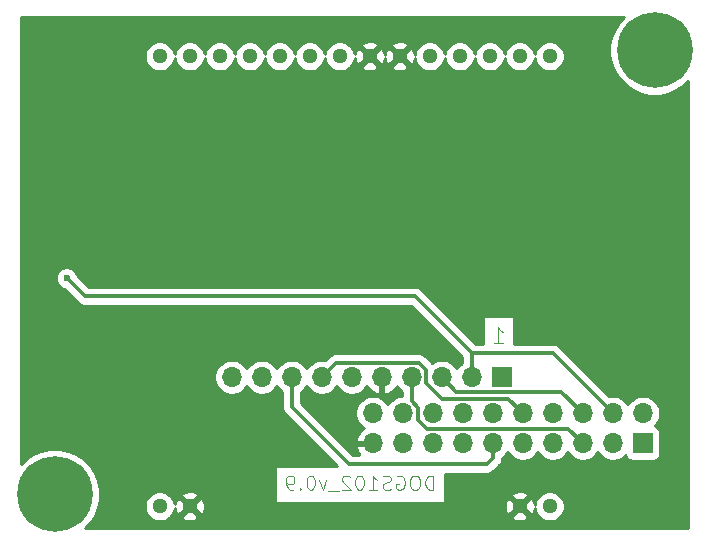
<source format=gbl>
G04 #@! TF.GenerationSoftware,KiCad,Pcbnew,(5.1.6-0-10_14)*
G04 #@! TF.CreationDate,2021-08-09T12:52:48+02:00*
G04 #@! TF.ProjectId,dogs102,646f6773-3130-4322-9e6b-696361645f70,rev?*
G04 #@! TF.SameCoordinates,Original*
G04 #@! TF.FileFunction,Copper,L2,Bot*
G04 #@! TF.FilePolarity,Positive*
%FSLAX46Y46*%
G04 Gerber Fmt 4.6, Leading zero omitted, Abs format (unit mm)*
G04 Created by KiCad (PCBNEW (5.1.6-0-10_14)) date 2021-08-09 12:52:48*
%MOMM*%
%LPD*%
G01*
G04 APERTURE LIST*
G04 #@! TA.AperFunction,NonConductor*
%ADD10C,0.101600*%
G04 #@! TD*
G04 #@! TA.AperFunction,NonConductor*
%ADD11C,0.113792*%
G04 #@! TD*
G04 #@! TA.AperFunction,ComponentPad*
%ADD12O,1.700000X1.700000*%
G04 #@! TD*
G04 #@! TA.AperFunction,ComponentPad*
%ADD13R,1.700000X1.700000*%
G04 #@! TD*
G04 #@! TA.AperFunction,ComponentPad*
%ADD14C,0.800000*%
G04 #@! TD*
G04 #@! TA.AperFunction,ComponentPad*
%ADD15C,6.400000*%
G04 #@! TD*
G04 #@! TA.AperFunction,ComponentPad*
%ADD16C,1.280000*%
G04 #@! TD*
G04 #@! TA.AperFunction,ViaPad*
%ADD17C,0.600000*%
G04 #@! TD*
G04 #@! TA.AperFunction,Conductor*
%ADD18C,0.350000*%
G04 #@! TD*
G04 #@! TA.AperFunction,Conductor*
%ADD19C,0.254000*%
G04 #@! TD*
G04 APERTURE END LIST*
D10*
X153733016Y-123069047D02*
X153733016Y-121862547D01*
X153445754Y-121862547D01*
X153273397Y-121920000D01*
X153158492Y-122034904D01*
X153101040Y-122149809D01*
X153043587Y-122379619D01*
X153043587Y-122551976D01*
X153101040Y-122781785D01*
X153158492Y-122896690D01*
X153273397Y-123011595D01*
X153445754Y-123069047D01*
X153733016Y-123069047D01*
X152296706Y-121862547D02*
X152066897Y-121862547D01*
X151951992Y-121920000D01*
X151837087Y-122034904D01*
X151779635Y-122264714D01*
X151779635Y-122666880D01*
X151837087Y-122896690D01*
X151951992Y-123011595D01*
X152066897Y-123069047D01*
X152296706Y-123069047D01*
X152411611Y-123011595D01*
X152526516Y-122896690D01*
X152583968Y-122666880D01*
X152583968Y-122264714D01*
X152526516Y-122034904D01*
X152411611Y-121920000D01*
X152296706Y-121862547D01*
X150630587Y-121920000D02*
X150745492Y-121862547D01*
X150917849Y-121862547D01*
X151090206Y-121920000D01*
X151205111Y-122034904D01*
X151262563Y-122149809D01*
X151320016Y-122379619D01*
X151320016Y-122551976D01*
X151262563Y-122781785D01*
X151205111Y-122896690D01*
X151090206Y-123011595D01*
X150917849Y-123069047D01*
X150802944Y-123069047D01*
X150630587Y-123011595D01*
X150573135Y-122954142D01*
X150573135Y-122551976D01*
X150802944Y-122551976D01*
X150113516Y-123011595D02*
X149941159Y-123069047D01*
X149653897Y-123069047D01*
X149538992Y-123011595D01*
X149481540Y-122954142D01*
X149424087Y-122839238D01*
X149424087Y-122724333D01*
X149481540Y-122609428D01*
X149538992Y-122551976D01*
X149653897Y-122494523D01*
X149883706Y-122437071D01*
X149998611Y-122379619D01*
X150056063Y-122322166D01*
X150113516Y-122207261D01*
X150113516Y-122092357D01*
X150056063Y-121977452D01*
X149998611Y-121920000D01*
X149883706Y-121862547D01*
X149596444Y-121862547D01*
X149424087Y-121920000D01*
X148275040Y-123069047D02*
X148964468Y-123069047D01*
X148619754Y-123069047D02*
X148619754Y-121862547D01*
X148734659Y-122034904D01*
X148849563Y-122149809D01*
X148964468Y-122207261D01*
X147528159Y-121862547D02*
X147413254Y-121862547D01*
X147298349Y-121920000D01*
X147240897Y-121977452D01*
X147183444Y-122092357D01*
X147125992Y-122322166D01*
X147125992Y-122609428D01*
X147183444Y-122839238D01*
X147240897Y-122954142D01*
X147298349Y-123011595D01*
X147413254Y-123069047D01*
X147528159Y-123069047D01*
X147643063Y-123011595D01*
X147700516Y-122954142D01*
X147757968Y-122839238D01*
X147815420Y-122609428D01*
X147815420Y-122322166D01*
X147757968Y-122092357D01*
X147700516Y-121977452D01*
X147643063Y-121920000D01*
X147528159Y-121862547D01*
X146666373Y-121977452D02*
X146608920Y-121920000D01*
X146494016Y-121862547D01*
X146206754Y-121862547D01*
X146091849Y-121920000D01*
X146034397Y-121977452D01*
X145976944Y-122092357D01*
X145976944Y-122207261D01*
X146034397Y-122379619D01*
X146723825Y-123069047D01*
X145976944Y-123069047D01*
X145747135Y-123183952D02*
X144827897Y-123183952D01*
X144655540Y-122264714D02*
X144368278Y-123069047D01*
X144081016Y-122264714D01*
X143391587Y-121862547D02*
X143276682Y-121862547D01*
X143161778Y-121920000D01*
X143104325Y-121977452D01*
X143046873Y-122092357D01*
X142989420Y-122322166D01*
X142989420Y-122609428D01*
X143046873Y-122839238D01*
X143104325Y-122954142D01*
X143161778Y-123011595D01*
X143276682Y-123069047D01*
X143391587Y-123069047D01*
X143506492Y-123011595D01*
X143563944Y-122954142D01*
X143621397Y-122839238D01*
X143678849Y-122609428D01*
X143678849Y-122322166D01*
X143621397Y-122092357D01*
X143563944Y-121977452D01*
X143506492Y-121920000D01*
X143391587Y-121862547D01*
X142472349Y-122954142D02*
X142414897Y-123011595D01*
X142472349Y-123069047D01*
X142529801Y-123011595D01*
X142472349Y-122954142D01*
X142472349Y-123069047D01*
X141840373Y-123069047D02*
X141610563Y-123069047D01*
X141495659Y-123011595D01*
X141438206Y-122954142D01*
X141323301Y-122781785D01*
X141265849Y-122551976D01*
X141265849Y-122092357D01*
X141323301Y-121977452D01*
X141380754Y-121920000D01*
X141495659Y-121862547D01*
X141725468Y-121862547D01*
X141840373Y-121920000D01*
X141897825Y-121977452D01*
X141955278Y-122092357D01*
X141955278Y-122379619D01*
X141897825Y-122494523D01*
X141840373Y-122551976D01*
X141725468Y-122609428D01*
X141495659Y-122609428D01*
X141380754Y-122551976D01*
X141323301Y-122494523D01*
X141265849Y-122379619D01*
D11*
X158827588Y-110679653D02*
X159599748Y-110679653D01*
X159213668Y-110679653D02*
X159213668Y-109328373D01*
X159342361Y-109521413D01*
X159471055Y-109650106D01*
X159599748Y-109714453D01*
D12*
X148590000Y-116586000D03*
X148590000Y-119126000D03*
X151130000Y-116586000D03*
X151130000Y-119126000D03*
X153670000Y-116586000D03*
X153670000Y-119126000D03*
X156210000Y-116586000D03*
X156210000Y-119126000D03*
X158750000Y-116586000D03*
X158750000Y-119126000D03*
X161290000Y-116586000D03*
X161290000Y-119126000D03*
X163830000Y-116586000D03*
X163830000Y-119126000D03*
X166370000Y-116586000D03*
X166370000Y-119126000D03*
X168910000Y-116586000D03*
X168910000Y-119126000D03*
X171450000Y-116586000D03*
D13*
X171450000Y-119126000D03*
D14*
X174163056Y-84154944D03*
X172466000Y-83452000D03*
X170768944Y-84154944D03*
X170066000Y-85852000D03*
X170768944Y-87549056D03*
X172466000Y-88252000D03*
X174163056Y-87549056D03*
X174866000Y-85852000D03*
D15*
X172466000Y-85852000D03*
D14*
X123363056Y-121746944D03*
X121666000Y-121044000D03*
X119968944Y-121746944D03*
X119266000Y-123444000D03*
X119968944Y-125141056D03*
X121666000Y-125844000D03*
X123363056Y-125141056D03*
X124066000Y-123444000D03*
D15*
X121666000Y-123444000D03*
D12*
X136652000Y-113538000D03*
X139192000Y-113538000D03*
X141732000Y-113538000D03*
X144272000Y-113538000D03*
X146812000Y-113538000D03*
X149352000Y-113538000D03*
X151892000Y-113538000D03*
X154432000Y-113538000D03*
X156972000Y-113538000D03*
D13*
X159512000Y-113538000D03*
D16*
X163576000Y-86360000D03*
X161036000Y-86360000D03*
X158496000Y-86360000D03*
X155956000Y-86360000D03*
X153416000Y-86360000D03*
X150876000Y-86360000D03*
X148336000Y-86360000D03*
X145796000Y-86360000D03*
X143256000Y-86360000D03*
X140716000Y-86360000D03*
X138176000Y-86360000D03*
X135636000Y-86360000D03*
X133096000Y-86360000D03*
X130556000Y-86360000D03*
X161036000Y-124460000D03*
X163576000Y-124460000D03*
X133096000Y-124460000D03*
X130556000Y-124460000D03*
D17*
X122682000Y-105156000D03*
D18*
X155657001Y-114763001D02*
X154432000Y-113538000D01*
X164547001Y-114763001D02*
X155657001Y-114763001D01*
X166370000Y-116586000D02*
X164547001Y-114763001D01*
X153171997Y-117900999D02*
X165144999Y-117900999D01*
X152444999Y-117174001D02*
X153171997Y-117900999D01*
X152444999Y-116122999D02*
X152444999Y-117174001D01*
X165144999Y-117900999D02*
X166370000Y-119126000D01*
X151892000Y-115570000D02*
X152444999Y-116122999D01*
X151892000Y-113538000D02*
X151892000Y-115570000D01*
X122682000Y-105156000D02*
X124206000Y-106680000D01*
X124206000Y-106680000D02*
X152146000Y-106680000D01*
X156972000Y-111506000D02*
X156972000Y-113538000D01*
X152146000Y-106680000D02*
X156972000Y-111506000D01*
X163830000Y-111506000D02*
X156972000Y-111506000D01*
X168910000Y-116586000D02*
X163830000Y-111506000D01*
X158242000Y-120904000D02*
X158750000Y-120396000D01*
X146558000Y-120904000D02*
X158242000Y-120904000D01*
X158750000Y-120396000D02*
X158750000Y-119126000D01*
X141732000Y-116078000D02*
X146558000Y-120904000D01*
X141732000Y-113538000D02*
X141732000Y-116078000D01*
X145497001Y-112312999D02*
X144272000Y-113538000D01*
X152480001Y-112312999D02*
X145497001Y-112312999D01*
X153117001Y-112949999D02*
X152480001Y-112312999D01*
X153117001Y-114036003D02*
X153117001Y-112949999D01*
X160064999Y-115360999D02*
X154441997Y-115360999D01*
X154441997Y-115360999D02*
X153117001Y-114036003D01*
X161290000Y-116586000D02*
X160064999Y-115360999D01*
D19*
G36*
X169487161Y-83407330D02*
G01*
X169067467Y-84035446D01*
X168778377Y-84733372D01*
X168631000Y-85474285D01*
X168631000Y-86229715D01*
X168778377Y-86970628D01*
X169067467Y-87668554D01*
X169487161Y-88296670D01*
X170021330Y-88830839D01*
X170649446Y-89250533D01*
X171347372Y-89539623D01*
X172088285Y-89687000D01*
X172843715Y-89687000D01*
X173584628Y-89539623D01*
X174282554Y-89250533D01*
X174910670Y-88830839D01*
X175312001Y-88429508D01*
X175312000Y-126290000D01*
X124243509Y-126290000D01*
X124644839Y-125888670D01*
X125064533Y-125260554D01*
X125353623Y-124562628D01*
X125399015Y-124334423D01*
X129281000Y-124334423D01*
X129281000Y-124585577D01*
X129329998Y-124831904D01*
X129426110Y-125063939D01*
X129565643Y-125272765D01*
X129743235Y-125450357D01*
X129952061Y-125589890D01*
X130184096Y-125686002D01*
X130430423Y-125735000D01*
X130681577Y-125735000D01*
X130927904Y-125686002D01*
X131159939Y-125589890D01*
X131368765Y-125450357D01*
X131480746Y-125338376D01*
X132397229Y-125338376D01*
X132449402Y-125566031D01*
X132677601Y-125670924D01*
X132921881Y-125729282D01*
X133172851Y-125738862D01*
X133420868Y-125699296D01*
X133656401Y-125612105D01*
X133742598Y-125566031D01*
X133794771Y-125338376D01*
X160337229Y-125338376D01*
X160389402Y-125566031D01*
X160617601Y-125670924D01*
X160861881Y-125729282D01*
X161112851Y-125738862D01*
X161360868Y-125699296D01*
X161596401Y-125612105D01*
X161682598Y-125566031D01*
X161734771Y-125338376D01*
X161036000Y-124639605D01*
X160337229Y-125338376D01*
X133794771Y-125338376D01*
X133096000Y-124639605D01*
X132397229Y-125338376D01*
X131480746Y-125338376D01*
X131546357Y-125272765D01*
X131685890Y-125063939D01*
X131782002Y-124831904D01*
X131827621Y-124602564D01*
X131856704Y-124784868D01*
X131943895Y-125020401D01*
X131989969Y-125106598D01*
X132217624Y-125158771D01*
X132916395Y-124460000D01*
X133275605Y-124460000D01*
X133974376Y-125158771D01*
X134202031Y-125106598D01*
X134306924Y-124878399D01*
X134365282Y-124634119D01*
X134368994Y-124536851D01*
X159757138Y-124536851D01*
X159796704Y-124784868D01*
X159883895Y-125020401D01*
X159929969Y-125106598D01*
X160157624Y-125158771D01*
X160856395Y-124460000D01*
X161215605Y-124460000D01*
X161914376Y-125158771D01*
X162142031Y-125106598D01*
X162246924Y-124878399D01*
X162305282Y-124634119D01*
X162306147Y-124611453D01*
X162349998Y-124831904D01*
X162446110Y-125063939D01*
X162585643Y-125272765D01*
X162763235Y-125450357D01*
X162972061Y-125589890D01*
X163204096Y-125686002D01*
X163450423Y-125735000D01*
X163701577Y-125735000D01*
X163947904Y-125686002D01*
X164179939Y-125589890D01*
X164388765Y-125450357D01*
X164566357Y-125272765D01*
X164705890Y-125063939D01*
X164802002Y-124831904D01*
X164851000Y-124585577D01*
X164851000Y-124334423D01*
X164802002Y-124088096D01*
X164705890Y-123856061D01*
X164566357Y-123647235D01*
X164388765Y-123469643D01*
X164179939Y-123330110D01*
X163947904Y-123233998D01*
X163701577Y-123185000D01*
X163450423Y-123185000D01*
X163204096Y-123233998D01*
X162972061Y-123330110D01*
X162763235Y-123469643D01*
X162585643Y-123647235D01*
X162446110Y-123856061D01*
X162349998Y-124088096D01*
X162304379Y-124317436D01*
X162275296Y-124135132D01*
X162188105Y-123899599D01*
X162142031Y-123813402D01*
X161914376Y-123761229D01*
X161215605Y-124460000D01*
X160856395Y-124460000D01*
X160157624Y-123761229D01*
X159929969Y-123813402D01*
X159825076Y-124041601D01*
X159766718Y-124285881D01*
X159757138Y-124536851D01*
X134368994Y-124536851D01*
X134374862Y-124383149D01*
X134335296Y-124135132D01*
X134248105Y-123899599D01*
X134202031Y-123813402D01*
X133974376Y-123761229D01*
X133275605Y-124460000D01*
X132916395Y-124460000D01*
X132217624Y-123761229D01*
X131989969Y-123813402D01*
X131885076Y-124041601D01*
X131826718Y-124285881D01*
X131825853Y-124308547D01*
X131782002Y-124088096D01*
X131685890Y-123856061D01*
X131546357Y-123647235D01*
X131480746Y-123581624D01*
X132397229Y-123581624D01*
X133096000Y-124280395D01*
X133794771Y-123581624D01*
X133742598Y-123353969D01*
X133514399Y-123249076D01*
X133270119Y-123190718D01*
X133019149Y-123181138D01*
X132771132Y-123220704D01*
X132535599Y-123307895D01*
X132449402Y-123353969D01*
X132397229Y-123581624D01*
X131480746Y-123581624D01*
X131368765Y-123469643D01*
X131159939Y-123330110D01*
X130927904Y-123233998D01*
X130681577Y-123185000D01*
X130430423Y-123185000D01*
X130184096Y-123233998D01*
X129952061Y-123330110D01*
X129743235Y-123469643D01*
X129565643Y-123647235D01*
X129426110Y-123856061D01*
X129329998Y-124088096D01*
X129281000Y-124334423D01*
X125399015Y-124334423D01*
X125501000Y-123821715D01*
X125501000Y-123066285D01*
X125353623Y-122325372D01*
X125064533Y-121627446D01*
X124644839Y-120999330D01*
X124110670Y-120465161D01*
X123482554Y-120045467D01*
X122784628Y-119756377D01*
X122043715Y-119609000D01*
X121288285Y-119609000D01*
X120547372Y-119756377D01*
X119849446Y-120045467D01*
X119221330Y-120465161D01*
X118820000Y-120866491D01*
X118820000Y-105063911D01*
X121747000Y-105063911D01*
X121747000Y-105248089D01*
X121782932Y-105428729D01*
X121853414Y-105598889D01*
X121955738Y-105752028D01*
X122085972Y-105882262D01*
X122239111Y-105984586D01*
X122409271Y-106055068D01*
X122442082Y-106061595D01*
X123605105Y-107224618D01*
X123630472Y-107255528D01*
X123753811Y-107356749D01*
X123894527Y-107431963D01*
X124047212Y-107478280D01*
X124166209Y-107490000D01*
X124166211Y-107490000D01*
X124205999Y-107493919D01*
X124245787Y-107490000D01*
X151810488Y-107490000D01*
X156162000Y-111841513D01*
X156162000Y-112293230D01*
X156025368Y-112384525D01*
X155818525Y-112591368D01*
X155702000Y-112765760D01*
X155585475Y-112591368D01*
X155378632Y-112384525D01*
X155135411Y-112222010D01*
X154865158Y-112110068D01*
X154578260Y-112053000D01*
X154285740Y-112053000D01*
X153998842Y-112110068D01*
X153728589Y-112222010D01*
X153612256Y-112299741D01*
X153080900Y-111768386D01*
X153055529Y-111737471D01*
X152932190Y-111636250D01*
X152791474Y-111561036D01*
X152638789Y-111514719D01*
X152519792Y-111502999D01*
X152519789Y-111502999D01*
X152480001Y-111499080D01*
X152440213Y-111502999D01*
X145536788Y-111502999D01*
X145497000Y-111499080D01*
X145457212Y-111502999D01*
X145457210Y-111502999D01*
X145338213Y-111514719D01*
X145185528Y-111561036D01*
X145120025Y-111596048D01*
X145044811Y-111636250D01*
X145010039Y-111664787D01*
X144921473Y-111737471D01*
X144896106Y-111768381D01*
X144579429Y-112085059D01*
X144418260Y-112053000D01*
X144125740Y-112053000D01*
X143838842Y-112110068D01*
X143568589Y-112222010D01*
X143325368Y-112384525D01*
X143118525Y-112591368D01*
X143002000Y-112765760D01*
X142885475Y-112591368D01*
X142678632Y-112384525D01*
X142435411Y-112222010D01*
X142165158Y-112110068D01*
X141878260Y-112053000D01*
X141585740Y-112053000D01*
X141298842Y-112110068D01*
X141028589Y-112222010D01*
X140785368Y-112384525D01*
X140578525Y-112591368D01*
X140462000Y-112765760D01*
X140345475Y-112591368D01*
X140138632Y-112384525D01*
X139895411Y-112222010D01*
X139625158Y-112110068D01*
X139338260Y-112053000D01*
X139045740Y-112053000D01*
X138758842Y-112110068D01*
X138488589Y-112222010D01*
X138245368Y-112384525D01*
X138038525Y-112591368D01*
X137922000Y-112765760D01*
X137805475Y-112591368D01*
X137598632Y-112384525D01*
X137355411Y-112222010D01*
X137085158Y-112110068D01*
X136798260Y-112053000D01*
X136505740Y-112053000D01*
X136218842Y-112110068D01*
X135948589Y-112222010D01*
X135705368Y-112384525D01*
X135498525Y-112591368D01*
X135336010Y-112834589D01*
X135224068Y-113104842D01*
X135167000Y-113391740D01*
X135167000Y-113684260D01*
X135224068Y-113971158D01*
X135336010Y-114241411D01*
X135498525Y-114484632D01*
X135705368Y-114691475D01*
X135948589Y-114853990D01*
X136218842Y-114965932D01*
X136505740Y-115023000D01*
X136798260Y-115023000D01*
X137085158Y-114965932D01*
X137355411Y-114853990D01*
X137598632Y-114691475D01*
X137805475Y-114484632D01*
X137922000Y-114310240D01*
X138038525Y-114484632D01*
X138245368Y-114691475D01*
X138488589Y-114853990D01*
X138758842Y-114965932D01*
X139045740Y-115023000D01*
X139338260Y-115023000D01*
X139625158Y-114965932D01*
X139895411Y-114853990D01*
X140138632Y-114691475D01*
X140345475Y-114484632D01*
X140462000Y-114310240D01*
X140578525Y-114484632D01*
X140785368Y-114691475D01*
X140922000Y-114782770D01*
X140922001Y-116038202D01*
X140918081Y-116078000D01*
X140925453Y-116152842D01*
X140933721Y-116236788D01*
X140959559Y-116321963D01*
X140980038Y-116389473D01*
X141055251Y-116530189D01*
X141110852Y-116597939D01*
X141156473Y-116653528D01*
X141187383Y-116678895D01*
X145553457Y-121044970D01*
X140335000Y-121044970D01*
X140335000Y-124226320D01*
X154690838Y-124226320D01*
X154690838Y-123581624D01*
X160337229Y-123581624D01*
X161036000Y-124280395D01*
X161734771Y-123581624D01*
X161682598Y-123353969D01*
X161454399Y-123249076D01*
X161210119Y-123190718D01*
X160959149Y-123181138D01*
X160711132Y-123220704D01*
X160475599Y-123307895D01*
X160389402Y-123353969D01*
X160337229Y-123581624D01*
X154690838Y-123581624D01*
X154690838Y-121714000D01*
X158202212Y-121714000D01*
X158242000Y-121717919D01*
X158281788Y-121714000D01*
X158281791Y-121714000D01*
X158400788Y-121702280D01*
X158553473Y-121655963D01*
X158694189Y-121580749D01*
X158817528Y-121479528D01*
X158842900Y-121448612D01*
X159294614Y-120996898D01*
X159325528Y-120971528D01*
X159426749Y-120848189D01*
X159501963Y-120707473D01*
X159548280Y-120554788D01*
X159560000Y-120435791D01*
X159560000Y-120435789D01*
X159563919Y-120396001D01*
X159561345Y-120369871D01*
X159696632Y-120279475D01*
X159903475Y-120072632D01*
X160020000Y-119898240D01*
X160136525Y-120072632D01*
X160343368Y-120279475D01*
X160586589Y-120441990D01*
X160856842Y-120553932D01*
X161143740Y-120611000D01*
X161436260Y-120611000D01*
X161723158Y-120553932D01*
X161993411Y-120441990D01*
X162236632Y-120279475D01*
X162443475Y-120072632D01*
X162560000Y-119898240D01*
X162676525Y-120072632D01*
X162883368Y-120279475D01*
X163126589Y-120441990D01*
X163396842Y-120553932D01*
X163683740Y-120611000D01*
X163976260Y-120611000D01*
X164263158Y-120553932D01*
X164533411Y-120441990D01*
X164776632Y-120279475D01*
X164983475Y-120072632D01*
X165100000Y-119898240D01*
X165216525Y-120072632D01*
X165423368Y-120279475D01*
X165666589Y-120441990D01*
X165936842Y-120553932D01*
X166223740Y-120611000D01*
X166516260Y-120611000D01*
X166803158Y-120553932D01*
X167073411Y-120441990D01*
X167316632Y-120279475D01*
X167523475Y-120072632D01*
X167640000Y-119898240D01*
X167756525Y-120072632D01*
X167963368Y-120279475D01*
X168206589Y-120441990D01*
X168476842Y-120553932D01*
X168763740Y-120611000D01*
X169056260Y-120611000D01*
X169343158Y-120553932D01*
X169613411Y-120441990D01*
X169856632Y-120279475D01*
X169988487Y-120147620D01*
X170010498Y-120220180D01*
X170069463Y-120330494D01*
X170148815Y-120427185D01*
X170245506Y-120506537D01*
X170355820Y-120565502D01*
X170475518Y-120601812D01*
X170600000Y-120614072D01*
X172300000Y-120614072D01*
X172424482Y-120601812D01*
X172544180Y-120565502D01*
X172654494Y-120506537D01*
X172751185Y-120427185D01*
X172830537Y-120330494D01*
X172889502Y-120220180D01*
X172925812Y-120100482D01*
X172938072Y-119976000D01*
X172938072Y-118276000D01*
X172925812Y-118151518D01*
X172889502Y-118031820D01*
X172830537Y-117921506D01*
X172751185Y-117824815D01*
X172654494Y-117745463D01*
X172544180Y-117686498D01*
X172471620Y-117664487D01*
X172603475Y-117532632D01*
X172765990Y-117289411D01*
X172877932Y-117019158D01*
X172935000Y-116732260D01*
X172935000Y-116439740D01*
X172877932Y-116152842D01*
X172765990Y-115882589D01*
X172603475Y-115639368D01*
X172396632Y-115432525D01*
X172153411Y-115270010D01*
X171883158Y-115158068D01*
X171596260Y-115101000D01*
X171303740Y-115101000D01*
X171016842Y-115158068D01*
X170746589Y-115270010D01*
X170503368Y-115432525D01*
X170296525Y-115639368D01*
X170180000Y-115813760D01*
X170063475Y-115639368D01*
X169856632Y-115432525D01*
X169613411Y-115270010D01*
X169343158Y-115158068D01*
X169056260Y-115101000D01*
X168763740Y-115101000D01*
X168602571Y-115133059D01*
X164430900Y-110961388D01*
X164405528Y-110930472D01*
X164282189Y-110829251D01*
X164141473Y-110754037D01*
X163988788Y-110707720D01*
X163869791Y-110696000D01*
X163869788Y-110696000D01*
X163830000Y-110692081D01*
X163790212Y-110696000D01*
X160566100Y-110696000D01*
X160566100Y-108375094D01*
X157895375Y-108375094D01*
X157895375Y-110696000D01*
X157307513Y-110696000D01*
X152746900Y-106135388D01*
X152721528Y-106104472D01*
X152598189Y-106003251D01*
X152457473Y-105928037D01*
X152304788Y-105881720D01*
X152185791Y-105870000D01*
X152185788Y-105870000D01*
X152146000Y-105866081D01*
X152106212Y-105870000D01*
X124541513Y-105870000D01*
X123587595Y-104916082D01*
X123581068Y-104883271D01*
X123510586Y-104713111D01*
X123408262Y-104559972D01*
X123278028Y-104429738D01*
X123124889Y-104327414D01*
X122954729Y-104256932D01*
X122774089Y-104221000D01*
X122589911Y-104221000D01*
X122409271Y-104256932D01*
X122239111Y-104327414D01*
X122085972Y-104429738D01*
X121955738Y-104559972D01*
X121853414Y-104713111D01*
X121782932Y-104883271D01*
X121747000Y-105063911D01*
X118820000Y-105063911D01*
X118820000Y-86234423D01*
X129281000Y-86234423D01*
X129281000Y-86485577D01*
X129329998Y-86731904D01*
X129426110Y-86963939D01*
X129565643Y-87172765D01*
X129743235Y-87350357D01*
X129952061Y-87489890D01*
X130184096Y-87586002D01*
X130430423Y-87635000D01*
X130681577Y-87635000D01*
X130927904Y-87586002D01*
X131159939Y-87489890D01*
X131368765Y-87350357D01*
X131546357Y-87172765D01*
X131685890Y-86963939D01*
X131782002Y-86731904D01*
X131826000Y-86510713D01*
X131869998Y-86731904D01*
X131966110Y-86963939D01*
X132105643Y-87172765D01*
X132283235Y-87350357D01*
X132492061Y-87489890D01*
X132724096Y-87586002D01*
X132970423Y-87635000D01*
X133221577Y-87635000D01*
X133467904Y-87586002D01*
X133699939Y-87489890D01*
X133908765Y-87350357D01*
X134086357Y-87172765D01*
X134225890Y-86963939D01*
X134322002Y-86731904D01*
X134366000Y-86510713D01*
X134409998Y-86731904D01*
X134506110Y-86963939D01*
X134645643Y-87172765D01*
X134823235Y-87350357D01*
X135032061Y-87489890D01*
X135264096Y-87586002D01*
X135510423Y-87635000D01*
X135761577Y-87635000D01*
X136007904Y-87586002D01*
X136239939Y-87489890D01*
X136448765Y-87350357D01*
X136626357Y-87172765D01*
X136765890Y-86963939D01*
X136862002Y-86731904D01*
X136906000Y-86510713D01*
X136949998Y-86731904D01*
X137046110Y-86963939D01*
X137185643Y-87172765D01*
X137363235Y-87350357D01*
X137572061Y-87489890D01*
X137804096Y-87586002D01*
X138050423Y-87635000D01*
X138301577Y-87635000D01*
X138547904Y-87586002D01*
X138779939Y-87489890D01*
X138988765Y-87350357D01*
X139166357Y-87172765D01*
X139305890Y-86963939D01*
X139402002Y-86731904D01*
X139446000Y-86510713D01*
X139489998Y-86731904D01*
X139586110Y-86963939D01*
X139725643Y-87172765D01*
X139903235Y-87350357D01*
X140112061Y-87489890D01*
X140344096Y-87586002D01*
X140590423Y-87635000D01*
X140841577Y-87635000D01*
X141087904Y-87586002D01*
X141319939Y-87489890D01*
X141528765Y-87350357D01*
X141706357Y-87172765D01*
X141845890Y-86963939D01*
X141942002Y-86731904D01*
X141986000Y-86510713D01*
X142029998Y-86731904D01*
X142126110Y-86963939D01*
X142265643Y-87172765D01*
X142443235Y-87350357D01*
X142652061Y-87489890D01*
X142884096Y-87586002D01*
X143130423Y-87635000D01*
X143381577Y-87635000D01*
X143627904Y-87586002D01*
X143859939Y-87489890D01*
X144068765Y-87350357D01*
X144246357Y-87172765D01*
X144385890Y-86963939D01*
X144482002Y-86731904D01*
X144526000Y-86510713D01*
X144569998Y-86731904D01*
X144666110Y-86963939D01*
X144805643Y-87172765D01*
X144983235Y-87350357D01*
X145192061Y-87489890D01*
X145424096Y-87586002D01*
X145670423Y-87635000D01*
X145921577Y-87635000D01*
X146167904Y-87586002D01*
X146399939Y-87489890D01*
X146608765Y-87350357D01*
X146720746Y-87238376D01*
X147637229Y-87238376D01*
X147689402Y-87466031D01*
X147917601Y-87570924D01*
X148161881Y-87629282D01*
X148412851Y-87638862D01*
X148660868Y-87599296D01*
X148896401Y-87512105D01*
X148982598Y-87466031D01*
X149034771Y-87238376D01*
X150177229Y-87238376D01*
X150229402Y-87466031D01*
X150457601Y-87570924D01*
X150701881Y-87629282D01*
X150952851Y-87638862D01*
X151200868Y-87599296D01*
X151436401Y-87512105D01*
X151522598Y-87466031D01*
X151574771Y-87238376D01*
X150876000Y-86539605D01*
X150177229Y-87238376D01*
X149034771Y-87238376D01*
X148336000Y-86539605D01*
X147637229Y-87238376D01*
X146720746Y-87238376D01*
X146786357Y-87172765D01*
X146925890Y-86963939D01*
X147022002Y-86731904D01*
X147067621Y-86502564D01*
X147096704Y-86684868D01*
X147183895Y-86920401D01*
X147229969Y-87006598D01*
X147457624Y-87058771D01*
X148156395Y-86360000D01*
X148515605Y-86360000D01*
X149214376Y-87058771D01*
X149442031Y-87006598D01*
X149546924Y-86778399D01*
X149605282Y-86534119D01*
X149606706Y-86496825D01*
X149636704Y-86684868D01*
X149723895Y-86920401D01*
X149769969Y-87006598D01*
X149997624Y-87058771D01*
X150696395Y-86360000D01*
X151055605Y-86360000D01*
X151754376Y-87058771D01*
X151982031Y-87006598D01*
X152086924Y-86778399D01*
X152145282Y-86534119D01*
X152146147Y-86511453D01*
X152189998Y-86731904D01*
X152286110Y-86963939D01*
X152425643Y-87172765D01*
X152603235Y-87350357D01*
X152812061Y-87489890D01*
X153044096Y-87586002D01*
X153290423Y-87635000D01*
X153541577Y-87635000D01*
X153787904Y-87586002D01*
X154019939Y-87489890D01*
X154228765Y-87350357D01*
X154406357Y-87172765D01*
X154545890Y-86963939D01*
X154642002Y-86731904D01*
X154686000Y-86510713D01*
X154729998Y-86731904D01*
X154826110Y-86963939D01*
X154965643Y-87172765D01*
X155143235Y-87350357D01*
X155352061Y-87489890D01*
X155584096Y-87586002D01*
X155830423Y-87635000D01*
X156081577Y-87635000D01*
X156327904Y-87586002D01*
X156559939Y-87489890D01*
X156768765Y-87350357D01*
X156946357Y-87172765D01*
X157085890Y-86963939D01*
X157182002Y-86731904D01*
X157226000Y-86510713D01*
X157269998Y-86731904D01*
X157366110Y-86963939D01*
X157505643Y-87172765D01*
X157683235Y-87350357D01*
X157892061Y-87489890D01*
X158124096Y-87586002D01*
X158370423Y-87635000D01*
X158621577Y-87635000D01*
X158867904Y-87586002D01*
X159099939Y-87489890D01*
X159308765Y-87350357D01*
X159486357Y-87172765D01*
X159625890Y-86963939D01*
X159722002Y-86731904D01*
X159766000Y-86510713D01*
X159809998Y-86731904D01*
X159906110Y-86963939D01*
X160045643Y-87172765D01*
X160223235Y-87350357D01*
X160432061Y-87489890D01*
X160664096Y-87586002D01*
X160910423Y-87635000D01*
X161161577Y-87635000D01*
X161407904Y-87586002D01*
X161639939Y-87489890D01*
X161848765Y-87350357D01*
X162026357Y-87172765D01*
X162165890Y-86963939D01*
X162262002Y-86731904D01*
X162306000Y-86510713D01*
X162349998Y-86731904D01*
X162446110Y-86963939D01*
X162585643Y-87172765D01*
X162763235Y-87350357D01*
X162972061Y-87489890D01*
X163204096Y-87586002D01*
X163450423Y-87635000D01*
X163701577Y-87635000D01*
X163947904Y-87586002D01*
X164179939Y-87489890D01*
X164388765Y-87350357D01*
X164566357Y-87172765D01*
X164705890Y-86963939D01*
X164802002Y-86731904D01*
X164851000Y-86485577D01*
X164851000Y-86234423D01*
X164802002Y-85988096D01*
X164705890Y-85756061D01*
X164566357Y-85547235D01*
X164388765Y-85369643D01*
X164179939Y-85230110D01*
X163947904Y-85133998D01*
X163701577Y-85085000D01*
X163450423Y-85085000D01*
X163204096Y-85133998D01*
X162972061Y-85230110D01*
X162763235Y-85369643D01*
X162585643Y-85547235D01*
X162446110Y-85756061D01*
X162349998Y-85988096D01*
X162306000Y-86209287D01*
X162262002Y-85988096D01*
X162165890Y-85756061D01*
X162026357Y-85547235D01*
X161848765Y-85369643D01*
X161639939Y-85230110D01*
X161407904Y-85133998D01*
X161161577Y-85085000D01*
X160910423Y-85085000D01*
X160664096Y-85133998D01*
X160432061Y-85230110D01*
X160223235Y-85369643D01*
X160045643Y-85547235D01*
X159906110Y-85756061D01*
X159809998Y-85988096D01*
X159766000Y-86209287D01*
X159722002Y-85988096D01*
X159625890Y-85756061D01*
X159486357Y-85547235D01*
X159308765Y-85369643D01*
X159099939Y-85230110D01*
X158867904Y-85133998D01*
X158621577Y-85085000D01*
X158370423Y-85085000D01*
X158124096Y-85133998D01*
X157892061Y-85230110D01*
X157683235Y-85369643D01*
X157505643Y-85547235D01*
X157366110Y-85756061D01*
X157269998Y-85988096D01*
X157226000Y-86209287D01*
X157182002Y-85988096D01*
X157085890Y-85756061D01*
X156946357Y-85547235D01*
X156768765Y-85369643D01*
X156559939Y-85230110D01*
X156327904Y-85133998D01*
X156081577Y-85085000D01*
X155830423Y-85085000D01*
X155584096Y-85133998D01*
X155352061Y-85230110D01*
X155143235Y-85369643D01*
X154965643Y-85547235D01*
X154826110Y-85756061D01*
X154729998Y-85988096D01*
X154686000Y-86209287D01*
X154642002Y-85988096D01*
X154545890Y-85756061D01*
X154406357Y-85547235D01*
X154228765Y-85369643D01*
X154019939Y-85230110D01*
X153787904Y-85133998D01*
X153541577Y-85085000D01*
X153290423Y-85085000D01*
X153044096Y-85133998D01*
X152812061Y-85230110D01*
X152603235Y-85369643D01*
X152425643Y-85547235D01*
X152286110Y-85756061D01*
X152189998Y-85988096D01*
X152144379Y-86217436D01*
X152115296Y-86035132D01*
X152028105Y-85799599D01*
X151982031Y-85713402D01*
X151754376Y-85661229D01*
X151055605Y-86360000D01*
X150696395Y-86360000D01*
X149997624Y-85661229D01*
X149769969Y-85713402D01*
X149665076Y-85941601D01*
X149606718Y-86185881D01*
X149605294Y-86223175D01*
X149575296Y-86035132D01*
X149488105Y-85799599D01*
X149442031Y-85713402D01*
X149214376Y-85661229D01*
X148515605Y-86360000D01*
X148156395Y-86360000D01*
X147457624Y-85661229D01*
X147229969Y-85713402D01*
X147125076Y-85941601D01*
X147066718Y-86185881D01*
X147065853Y-86208547D01*
X147022002Y-85988096D01*
X146925890Y-85756061D01*
X146786357Y-85547235D01*
X146720746Y-85481624D01*
X147637229Y-85481624D01*
X148336000Y-86180395D01*
X149034771Y-85481624D01*
X150177229Y-85481624D01*
X150876000Y-86180395D01*
X151574771Y-85481624D01*
X151522598Y-85253969D01*
X151294399Y-85149076D01*
X151050119Y-85090718D01*
X150799149Y-85081138D01*
X150551132Y-85120704D01*
X150315599Y-85207895D01*
X150229402Y-85253969D01*
X150177229Y-85481624D01*
X149034771Y-85481624D01*
X148982598Y-85253969D01*
X148754399Y-85149076D01*
X148510119Y-85090718D01*
X148259149Y-85081138D01*
X148011132Y-85120704D01*
X147775599Y-85207895D01*
X147689402Y-85253969D01*
X147637229Y-85481624D01*
X146720746Y-85481624D01*
X146608765Y-85369643D01*
X146399939Y-85230110D01*
X146167904Y-85133998D01*
X145921577Y-85085000D01*
X145670423Y-85085000D01*
X145424096Y-85133998D01*
X145192061Y-85230110D01*
X144983235Y-85369643D01*
X144805643Y-85547235D01*
X144666110Y-85756061D01*
X144569998Y-85988096D01*
X144526000Y-86209287D01*
X144482002Y-85988096D01*
X144385890Y-85756061D01*
X144246357Y-85547235D01*
X144068765Y-85369643D01*
X143859939Y-85230110D01*
X143627904Y-85133998D01*
X143381577Y-85085000D01*
X143130423Y-85085000D01*
X142884096Y-85133998D01*
X142652061Y-85230110D01*
X142443235Y-85369643D01*
X142265643Y-85547235D01*
X142126110Y-85756061D01*
X142029998Y-85988096D01*
X141986000Y-86209287D01*
X141942002Y-85988096D01*
X141845890Y-85756061D01*
X141706357Y-85547235D01*
X141528765Y-85369643D01*
X141319939Y-85230110D01*
X141087904Y-85133998D01*
X140841577Y-85085000D01*
X140590423Y-85085000D01*
X140344096Y-85133998D01*
X140112061Y-85230110D01*
X139903235Y-85369643D01*
X139725643Y-85547235D01*
X139586110Y-85756061D01*
X139489998Y-85988096D01*
X139446000Y-86209287D01*
X139402002Y-85988096D01*
X139305890Y-85756061D01*
X139166357Y-85547235D01*
X138988765Y-85369643D01*
X138779939Y-85230110D01*
X138547904Y-85133998D01*
X138301577Y-85085000D01*
X138050423Y-85085000D01*
X137804096Y-85133998D01*
X137572061Y-85230110D01*
X137363235Y-85369643D01*
X137185643Y-85547235D01*
X137046110Y-85756061D01*
X136949998Y-85988096D01*
X136906000Y-86209287D01*
X136862002Y-85988096D01*
X136765890Y-85756061D01*
X136626357Y-85547235D01*
X136448765Y-85369643D01*
X136239939Y-85230110D01*
X136007904Y-85133998D01*
X135761577Y-85085000D01*
X135510423Y-85085000D01*
X135264096Y-85133998D01*
X135032061Y-85230110D01*
X134823235Y-85369643D01*
X134645643Y-85547235D01*
X134506110Y-85756061D01*
X134409998Y-85988096D01*
X134366000Y-86209287D01*
X134322002Y-85988096D01*
X134225890Y-85756061D01*
X134086357Y-85547235D01*
X133908765Y-85369643D01*
X133699939Y-85230110D01*
X133467904Y-85133998D01*
X133221577Y-85085000D01*
X132970423Y-85085000D01*
X132724096Y-85133998D01*
X132492061Y-85230110D01*
X132283235Y-85369643D01*
X132105643Y-85547235D01*
X131966110Y-85756061D01*
X131869998Y-85988096D01*
X131826000Y-86209287D01*
X131782002Y-85988096D01*
X131685890Y-85756061D01*
X131546357Y-85547235D01*
X131368765Y-85369643D01*
X131159939Y-85230110D01*
X130927904Y-85133998D01*
X130681577Y-85085000D01*
X130430423Y-85085000D01*
X130184096Y-85133998D01*
X129952061Y-85230110D01*
X129743235Y-85369643D01*
X129565643Y-85547235D01*
X129426110Y-85756061D01*
X129329998Y-85988096D01*
X129281000Y-86234423D01*
X118820000Y-86234423D01*
X118820000Y-83006000D01*
X169888491Y-83006000D01*
X169487161Y-83407330D01*
G37*
X169487161Y-83407330D02*
X169067467Y-84035446D01*
X168778377Y-84733372D01*
X168631000Y-85474285D01*
X168631000Y-86229715D01*
X168778377Y-86970628D01*
X169067467Y-87668554D01*
X169487161Y-88296670D01*
X170021330Y-88830839D01*
X170649446Y-89250533D01*
X171347372Y-89539623D01*
X172088285Y-89687000D01*
X172843715Y-89687000D01*
X173584628Y-89539623D01*
X174282554Y-89250533D01*
X174910670Y-88830839D01*
X175312001Y-88429508D01*
X175312000Y-126290000D01*
X124243509Y-126290000D01*
X124644839Y-125888670D01*
X125064533Y-125260554D01*
X125353623Y-124562628D01*
X125399015Y-124334423D01*
X129281000Y-124334423D01*
X129281000Y-124585577D01*
X129329998Y-124831904D01*
X129426110Y-125063939D01*
X129565643Y-125272765D01*
X129743235Y-125450357D01*
X129952061Y-125589890D01*
X130184096Y-125686002D01*
X130430423Y-125735000D01*
X130681577Y-125735000D01*
X130927904Y-125686002D01*
X131159939Y-125589890D01*
X131368765Y-125450357D01*
X131480746Y-125338376D01*
X132397229Y-125338376D01*
X132449402Y-125566031D01*
X132677601Y-125670924D01*
X132921881Y-125729282D01*
X133172851Y-125738862D01*
X133420868Y-125699296D01*
X133656401Y-125612105D01*
X133742598Y-125566031D01*
X133794771Y-125338376D01*
X160337229Y-125338376D01*
X160389402Y-125566031D01*
X160617601Y-125670924D01*
X160861881Y-125729282D01*
X161112851Y-125738862D01*
X161360868Y-125699296D01*
X161596401Y-125612105D01*
X161682598Y-125566031D01*
X161734771Y-125338376D01*
X161036000Y-124639605D01*
X160337229Y-125338376D01*
X133794771Y-125338376D01*
X133096000Y-124639605D01*
X132397229Y-125338376D01*
X131480746Y-125338376D01*
X131546357Y-125272765D01*
X131685890Y-125063939D01*
X131782002Y-124831904D01*
X131827621Y-124602564D01*
X131856704Y-124784868D01*
X131943895Y-125020401D01*
X131989969Y-125106598D01*
X132217624Y-125158771D01*
X132916395Y-124460000D01*
X133275605Y-124460000D01*
X133974376Y-125158771D01*
X134202031Y-125106598D01*
X134306924Y-124878399D01*
X134365282Y-124634119D01*
X134368994Y-124536851D01*
X159757138Y-124536851D01*
X159796704Y-124784868D01*
X159883895Y-125020401D01*
X159929969Y-125106598D01*
X160157624Y-125158771D01*
X160856395Y-124460000D01*
X161215605Y-124460000D01*
X161914376Y-125158771D01*
X162142031Y-125106598D01*
X162246924Y-124878399D01*
X162305282Y-124634119D01*
X162306147Y-124611453D01*
X162349998Y-124831904D01*
X162446110Y-125063939D01*
X162585643Y-125272765D01*
X162763235Y-125450357D01*
X162972061Y-125589890D01*
X163204096Y-125686002D01*
X163450423Y-125735000D01*
X163701577Y-125735000D01*
X163947904Y-125686002D01*
X164179939Y-125589890D01*
X164388765Y-125450357D01*
X164566357Y-125272765D01*
X164705890Y-125063939D01*
X164802002Y-124831904D01*
X164851000Y-124585577D01*
X164851000Y-124334423D01*
X164802002Y-124088096D01*
X164705890Y-123856061D01*
X164566357Y-123647235D01*
X164388765Y-123469643D01*
X164179939Y-123330110D01*
X163947904Y-123233998D01*
X163701577Y-123185000D01*
X163450423Y-123185000D01*
X163204096Y-123233998D01*
X162972061Y-123330110D01*
X162763235Y-123469643D01*
X162585643Y-123647235D01*
X162446110Y-123856061D01*
X162349998Y-124088096D01*
X162304379Y-124317436D01*
X162275296Y-124135132D01*
X162188105Y-123899599D01*
X162142031Y-123813402D01*
X161914376Y-123761229D01*
X161215605Y-124460000D01*
X160856395Y-124460000D01*
X160157624Y-123761229D01*
X159929969Y-123813402D01*
X159825076Y-124041601D01*
X159766718Y-124285881D01*
X159757138Y-124536851D01*
X134368994Y-124536851D01*
X134374862Y-124383149D01*
X134335296Y-124135132D01*
X134248105Y-123899599D01*
X134202031Y-123813402D01*
X133974376Y-123761229D01*
X133275605Y-124460000D01*
X132916395Y-124460000D01*
X132217624Y-123761229D01*
X131989969Y-123813402D01*
X131885076Y-124041601D01*
X131826718Y-124285881D01*
X131825853Y-124308547D01*
X131782002Y-124088096D01*
X131685890Y-123856061D01*
X131546357Y-123647235D01*
X131480746Y-123581624D01*
X132397229Y-123581624D01*
X133096000Y-124280395D01*
X133794771Y-123581624D01*
X133742598Y-123353969D01*
X133514399Y-123249076D01*
X133270119Y-123190718D01*
X133019149Y-123181138D01*
X132771132Y-123220704D01*
X132535599Y-123307895D01*
X132449402Y-123353969D01*
X132397229Y-123581624D01*
X131480746Y-123581624D01*
X131368765Y-123469643D01*
X131159939Y-123330110D01*
X130927904Y-123233998D01*
X130681577Y-123185000D01*
X130430423Y-123185000D01*
X130184096Y-123233998D01*
X129952061Y-123330110D01*
X129743235Y-123469643D01*
X129565643Y-123647235D01*
X129426110Y-123856061D01*
X129329998Y-124088096D01*
X129281000Y-124334423D01*
X125399015Y-124334423D01*
X125501000Y-123821715D01*
X125501000Y-123066285D01*
X125353623Y-122325372D01*
X125064533Y-121627446D01*
X124644839Y-120999330D01*
X124110670Y-120465161D01*
X123482554Y-120045467D01*
X122784628Y-119756377D01*
X122043715Y-119609000D01*
X121288285Y-119609000D01*
X120547372Y-119756377D01*
X119849446Y-120045467D01*
X119221330Y-120465161D01*
X118820000Y-120866491D01*
X118820000Y-105063911D01*
X121747000Y-105063911D01*
X121747000Y-105248089D01*
X121782932Y-105428729D01*
X121853414Y-105598889D01*
X121955738Y-105752028D01*
X122085972Y-105882262D01*
X122239111Y-105984586D01*
X122409271Y-106055068D01*
X122442082Y-106061595D01*
X123605105Y-107224618D01*
X123630472Y-107255528D01*
X123753811Y-107356749D01*
X123894527Y-107431963D01*
X124047212Y-107478280D01*
X124166209Y-107490000D01*
X124166211Y-107490000D01*
X124205999Y-107493919D01*
X124245787Y-107490000D01*
X151810488Y-107490000D01*
X156162000Y-111841513D01*
X156162000Y-112293230D01*
X156025368Y-112384525D01*
X155818525Y-112591368D01*
X155702000Y-112765760D01*
X155585475Y-112591368D01*
X155378632Y-112384525D01*
X155135411Y-112222010D01*
X154865158Y-112110068D01*
X154578260Y-112053000D01*
X154285740Y-112053000D01*
X153998842Y-112110068D01*
X153728589Y-112222010D01*
X153612256Y-112299741D01*
X153080900Y-111768386D01*
X153055529Y-111737471D01*
X152932190Y-111636250D01*
X152791474Y-111561036D01*
X152638789Y-111514719D01*
X152519792Y-111502999D01*
X152519789Y-111502999D01*
X152480001Y-111499080D01*
X152440213Y-111502999D01*
X145536788Y-111502999D01*
X145497000Y-111499080D01*
X145457212Y-111502999D01*
X145457210Y-111502999D01*
X145338213Y-111514719D01*
X145185528Y-111561036D01*
X145120025Y-111596048D01*
X145044811Y-111636250D01*
X145010039Y-111664787D01*
X144921473Y-111737471D01*
X144896106Y-111768381D01*
X144579429Y-112085059D01*
X144418260Y-112053000D01*
X144125740Y-112053000D01*
X143838842Y-112110068D01*
X143568589Y-112222010D01*
X143325368Y-112384525D01*
X143118525Y-112591368D01*
X143002000Y-112765760D01*
X142885475Y-112591368D01*
X142678632Y-112384525D01*
X142435411Y-112222010D01*
X142165158Y-112110068D01*
X141878260Y-112053000D01*
X141585740Y-112053000D01*
X141298842Y-112110068D01*
X141028589Y-112222010D01*
X140785368Y-112384525D01*
X140578525Y-112591368D01*
X140462000Y-112765760D01*
X140345475Y-112591368D01*
X140138632Y-112384525D01*
X139895411Y-112222010D01*
X139625158Y-112110068D01*
X139338260Y-112053000D01*
X139045740Y-112053000D01*
X138758842Y-112110068D01*
X138488589Y-112222010D01*
X138245368Y-112384525D01*
X138038525Y-112591368D01*
X137922000Y-112765760D01*
X137805475Y-112591368D01*
X137598632Y-112384525D01*
X137355411Y-112222010D01*
X137085158Y-112110068D01*
X136798260Y-112053000D01*
X136505740Y-112053000D01*
X136218842Y-112110068D01*
X135948589Y-112222010D01*
X135705368Y-112384525D01*
X135498525Y-112591368D01*
X135336010Y-112834589D01*
X135224068Y-113104842D01*
X135167000Y-113391740D01*
X135167000Y-113684260D01*
X135224068Y-113971158D01*
X135336010Y-114241411D01*
X135498525Y-114484632D01*
X135705368Y-114691475D01*
X135948589Y-114853990D01*
X136218842Y-114965932D01*
X136505740Y-115023000D01*
X136798260Y-115023000D01*
X137085158Y-114965932D01*
X137355411Y-114853990D01*
X137598632Y-114691475D01*
X137805475Y-114484632D01*
X137922000Y-114310240D01*
X138038525Y-114484632D01*
X138245368Y-114691475D01*
X138488589Y-114853990D01*
X138758842Y-114965932D01*
X139045740Y-115023000D01*
X139338260Y-115023000D01*
X139625158Y-114965932D01*
X139895411Y-114853990D01*
X140138632Y-114691475D01*
X140345475Y-114484632D01*
X140462000Y-114310240D01*
X140578525Y-114484632D01*
X140785368Y-114691475D01*
X140922000Y-114782770D01*
X140922001Y-116038202D01*
X140918081Y-116078000D01*
X140925453Y-116152842D01*
X140933721Y-116236788D01*
X140959559Y-116321963D01*
X140980038Y-116389473D01*
X141055251Y-116530189D01*
X141110852Y-116597939D01*
X141156473Y-116653528D01*
X141187383Y-116678895D01*
X145553457Y-121044970D01*
X140335000Y-121044970D01*
X140335000Y-124226320D01*
X154690838Y-124226320D01*
X154690838Y-123581624D01*
X160337229Y-123581624D01*
X161036000Y-124280395D01*
X161734771Y-123581624D01*
X161682598Y-123353969D01*
X161454399Y-123249076D01*
X161210119Y-123190718D01*
X160959149Y-123181138D01*
X160711132Y-123220704D01*
X160475599Y-123307895D01*
X160389402Y-123353969D01*
X160337229Y-123581624D01*
X154690838Y-123581624D01*
X154690838Y-121714000D01*
X158202212Y-121714000D01*
X158242000Y-121717919D01*
X158281788Y-121714000D01*
X158281791Y-121714000D01*
X158400788Y-121702280D01*
X158553473Y-121655963D01*
X158694189Y-121580749D01*
X158817528Y-121479528D01*
X158842900Y-121448612D01*
X159294614Y-120996898D01*
X159325528Y-120971528D01*
X159426749Y-120848189D01*
X159501963Y-120707473D01*
X159548280Y-120554788D01*
X159560000Y-120435791D01*
X159560000Y-120435789D01*
X159563919Y-120396001D01*
X159561345Y-120369871D01*
X159696632Y-120279475D01*
X159903475Y-120072632D01*
X160020000Y-119898240D01*
X160136525Y-120072632D01*
X160343368Y-120279475D01*
X160586589Y-120441990D01*
X160856842Y-120553932D01*
X161143740Y-120611000D01*
X161436260Y-120611000D01*
X161723158Y-120553932D01*
X161993411Y-120441990D01*
X162236632Y-120279475D01*
X162443475Y-120072632D01*
X162560000Y-119898240D01*
X162676525Y-120072632D01*
X162883368Y-120279475D01*
X163126589Y-120441990D01*
X163396842Y-120553932D01*
X163683740Y-120611000D01*
X163976260Y-120611000D01*
X164263158Y-120553932D01*
X164533411Y-120441990D01*
X164776632Y-120279475D01*
X164983475Y-120072632D01*
X165100000Y-119898240D01*
X165216525Y-120072632D01*
X165423368Y-120279475D01*
X165666589Y-120441990D01*
X165936842Y-120553932D01*
X166223740Y-120611000D01*
X166516260Y-120611000D01*
X166803158Y-120553932D01*
X167073411Y-120441990D01*
X167316632Y-120279475D01*
X167523475Y-120072632D01*
X167640000Y-119898240D01*
X167756525Y-120072632D01*
X167963368Y-120279475D01*
X168206589Y-120441990D01*
X168476842Y-120553932D01*
X168763740Y-120611000D01*
X169056260Y-120611000D01*
X169343158Y-120553932D01*
X169613411Y-120441990D01*
X169856632Y-120279475D01*
X169988487Y-120147620D01*
X170010498Y-120220180D01*
X170069463Y-120330494D01*
X170148815Y-120427185D01*
X170245506Y-120506537D01*
X170355820Y-120565502D01*
X170475518Y-120601812D01*
X170600000Y-120614072D01*
X172300000Y-120614072D01*
X172424482Y-120601812D01*
X172544180Y-120565502D01*
X172654494Y-120506537D01*
X172751185Y-120427185D01*
X172830537Y-120330494D01*
X172889502Y-120220180D01*
X172925812Y-120100482D01*
X172938072Y-119976000D01*
X172938072Y-118276000D01*
X172925812Y-118151518D01*
X172889502Y-118031820D01*
X172830537Y-117921506D01*
X172751185Y-117824815D01*
X172654494Y-117745463D01*
X172544180Y-117686498D01*
X172471620Y-117664487D01*
X172603475Y-117532632D01*
X172765990Y-117289411D01*
X172877932Y-117019158D01*
X172935000Y-116732260D01*
X172935000Y-116439740D01*
X172877932Y-116152842D01*
X172765990Y-115882589D01*
X172603475Y-115639368D01*
X172396632Y-115432525D01*
X172153411Y-115270010D01*
X171883158Y-115158068D01*
X171596260Y-115101000D01*
X171303740Y-115101000D01*
X171016842Y-115158068D01*
X170746589Y-115270010D01*
X170503368Y-115432525D01*
X170296525Y-115639368D01*
X170180000Y-115813760D01*
X170063475Y-115639368D01*
X169856632Y-115432525D01*
X169613411Y-115270010D01*
X169343158Y-115158068D01*
X169056260Y-115101000D01*
X168763740Y-115101000D01*
X168602571Y-115133059D01*
X164430900Y-110961388D01*
X164405528Y-110930472D01*
X164282189Y-110829251D01*
X164141473Y-110754037D01*
X163988788Y-110707720D01*
X163869791Y-110696000D01*
X163869788Y-110696000D01*
X163830000Y-110692081D01*
X163790212Y-110696000D01*
X160566100Y-110696000D01*
X160566100Y-108375094D01*
X157895375Y-108375094D01*
X157895375Y-110696000D01*
X157307513Y-110696000D01*
X152746900Y-106135388D01*
X152721528Y-106104472D01*
X152598189Y-106003251D01*
X152457473Y-105928037D01*
X152304788Y-105881720D01*
X152185791Y-105870000D01*
X152185788Y-105870000D01*
X152146000Y-105866081D01*
X152106212Y-105870000D01*
X124541513Y-105870000D01*
X123587595Y-104916082D01*
X123581068Y-104883271D01*
X123510586Y-104713111D01*
X123408262Y-104559972D01*
X123278028Y-104429738D01*
X123124889Y-104327414D01*
X122954729Y-104256932D01*
X122774089Y-104221000D01*
X122589911Y-104221000D01*
X122409271Y-104256932D01*
X122239111Y-104327414D01*
X122085972Y-104429738D01*
X121955738Y-104559972D01*
X121853414Y-104713111D01*
X121782932Y-104883271D01*
X121747000Y-105063911D01*
X118820000Y-105063911D01*
X118820000Y-86234423D01*
X129281000Y-86234423D01*
X129281000Y-86485577D01*
X129329998Y-86731904D01*
X129426110Y-86963939D01*
X129565643Y-87172765D01*
X129743235Y-87350357D01*
X129952061Y-87489890D01*
X130184096Y-87586002D01*
X130430423Y-87635000D01*
X130681577Y-87635000D01*
X130927904Y-87586002D01*
X131159939Y-87489890D01*
X131368765Y-87350357D01*
X131546357Y-87172765D01*
X131685890Y-86963939D01*
X131782002Y-86731904D01*
X131826000Y-86510713D01*
X131869998Y-86731904D01*
X131966110Y-86963939D01*
X132105643Y-87172765D01*
X132283235Y-87350357D01*
X132492061Y-87489890D01*
X132724096Y-87586002D01*
X132970423Y-87635000D01*
X133221577Y-87635000D01*
X133467904Y-87586002D01*
X133699939Y-87489890D01*
X133908765Y-87350357D01*
X134086357Y-87172765D01*
X134225890Y-86963939D01*
X134322002Y-86731904D01*
X134366000Y-86510713D01*
X134409998Y-86731904D01*
X134506110Y-86963939D01*
X134645643Y-87172765D01*
X134823235Y-87350357D01*
X135032061Y-87489890D01*
X135264096Y-87586002D01*
X135510423Y-87635000D01*
X135761577Y-87635000D01*
X136007904Y-87586002D01*
X136239939Y-87489890D01*
X136448765Y-87350357D01*
X136626357Y-87172765D01*
X136765890Y-86963939D01*
X136862002Y-86731904D01*
X136906000Y-86510713D01*
X136949998Y-86731904D01*
X137046110Y-86963939D01*
X137185643Y-87172765D01*
X137363235Y-87350357D01*
X137572061Y-87489890D01*
X137804096Y-87586002D01*
X138050423Y-87635000D01*
X138301577Y-87635000D01*
X138547904Y-87586002D01*
X138779939Y-87489890D01*
X138988765Y-87350357D01*
X139166357Y-87172765D01*
X139305890Y-86963939D01*
X139402002Y-86731904D01*
X139446000Y-86510713D01*
X139489998Y-86731904D01*
X139586110Y-86963939D01*
X139725643Y-87172765D01*
X139903235Y-87350357D01*
X140112061Y-87489890D01*
X140344096Y-87586002D01*
X140590423Y-87635000D01*
X140841577Y-87635000D01*
X141087904Y-87586002D01*
X141319939Y-87489890D01*
X141528765Y-87350357D01*
X141706357Y-87172765D01*
X141845890Y-86963939D01*
X141942002Y-86731904D01*
X141986000Y-86510713D01*
X142029998Y-86731904D01*
X142126110Y-86963939D01*
X142265643Y-87172765D01*
X142443235Y-87350357D01*
X142652061Y-87489890D01*
X142884096Y-87586002D01*
X143130423Y-87635000D01*
X143381577Y-87635000D01*
X143627904Y-87586002D01*
X143859939Y-87489890D01*
X144068765Y-87350357D01*
X144246357Y-87172765D01*
X144385890Y-86963939D01*
X144482002Y-86731904D01*
X144526000Y-86510713D01*
X144569998Y-86731904D01*
X144666110Y-86963939D01*
X144805643Y-87172765D01*
X144983235Y-87350357D01*
X145192061Y-87489890D01*
X145424096Y-87586002D01*
X145670423Y-87635000D01*
X145921577Y-87635000D01*
X146167904Y-87586002D01*
X146399939Y-87489890D01*
X146608765Y-87350357D01*
X146720746Y-87238376D01*
X147637229Y-87238376D01*
X147689402Y-87466031D01*
X147917601Y-87570924D01*
X148161881Y-87629282D01*
X148412851Y-87638862D01*
X148660868Y-87599296D01*
X148896401Y-87512105D01*
X148982598Y-87466031D01*
X149034771Y-87238376D01*
X150177229Y-87238376D01*
X150229402Y-87466031D01*
X150457601Y-87570924D01*
X150701881Y-87629282D01*
X150952851Y-87638862D01*
X151200868Y-87599296D01*
X151436401Y-87512105D01*
X151522598Y-87466031D01*
X151574771Y-87238376D01*
X150876000Y-86539605D01*
X150177229Y-87238376D01*
X149034771Y-87238376D01*
X148336000Y-86539605D01*
X147637229Y-87238376D01*
X146720746Y-87238376D01*
X146786357Y-87172765D01*
X146925890Y-86963939D01*
X147022002Y-86731904D01*
X147067621Y-86502564D01*
X147096704Y-86684868D01*
X147183895Y-86920401D01*
X147229969Y-87006598D01*
X147457624Y-87058771D01*
X148156395Y-86360000D01*
X148515605Y-86360000D01*
X149214376Y-87058771D01*
X149442031Y-87006598D01*
X149546924Y-86778399D01*
X149605282Y-86534119D01*
X149606706Y-86496825D01*
X149636704Y-86684868D01*
X149723895Y-86920401D01*
X149769969Y-87006598D01*
X149997624Y-87058771D01*
X150696395Y-86360000D01*
X151055605Y-86360000D01*
X151754376Y-87058771D01*
X151982031Y-87006598D01*
X152086924Y-86778399D01*
X152145282Y-86534119D01*
X152146147Y-86511453D01*
X152189998Y-86731904D01*
X152286110Y-86963939D01*
X152425643Y-87172765D01*
X152603235Y-87350357D01*
X152812061Y-87489890D01*
X153044096Y-87586002D01*
X153290423Y-87635000D01*
X153541577Y-87635000D01*
X153787904Y-87586002D01*
X154019939Y-87489890D01*
X154228765Y-87350357D01*
X154406357Y-87172765D01*
X154545890Y-86963939D01*
X154642002Y-86731904D01*
X154686000Y-86510713D01*
X154729998Y-86731904D01*
X154826110Y-86963939D01*
X154965643Y-87172765D01*
X155143235Y-87350357D01*
X155352061Y-87489890D01*
X155584096Y-87586002D01*
X155830423Y-87635000D01*
X156081577Y-87635000D01*
X156327904Y-87586002D01*
X156559939Y-87489890D01*
X156768765Y-87350357D01*
X156946357Y-87172765D01*
X157085890Y-86963939D01*
X157182002Y-86731904D01*
X157226000Y-86510713D01*
X157269998Y-86731904D01*
X157366110Y-86963939D01*
X157505643Y-87172765D01*
X157683235Y-87350357D01*
X157892061Y-87489890D01*
X158124096Y-87586002D01*
X158370423Y-87635000D01*
X158621577Y-87635000D01*
X158867904Y-87586002D01*
X159099939Y-87489890D01*
X159308765Y-87350357D01*
X159486357Y-87172765D01*
X159625890Y-86963939D01*
X159722002Y-86731904D01*
X159766000Y-86510713D01*
X159809998Y-86731904D01*
X159906110Y-86963939D01*
X160045643Y-87172765D01*
X160223235Y-87350357D01*
X160432061Y-87489890D01*
X160664096Y-87586002D01*
X160910423Y-87635000D01*
X161161577Y-87635000D01*
X161407904Y-87586002D01*
X161639939Y-87489890D01*
X161848765Y-87350357D01*
X162026357Y-87172765D01*
X162165890Y-86963939D01*
X162262002Y-86731904D01*
X162306000Y-86510713D01*
X162349998Y-86731904D01*
X162446110Y-86963939D01*
X162585643Y-87172765D01*
X162763235Y-87350357D01*
X162972061Y-87489890D01*
X163204096Y-87586002D01*
X163450423Y-87635000D01*
X163701577Y-87635000D01*
X163947904Y-87586002D01*
X164179939Y-87489890D01*
X164388765Y-87350357D01*
X164566357Y-87172765D01*
X164705890Y-86963939D01*
X164802002Y-86731904D01*
X164851000Y-86485577D01*
X164851000Y-86234423D01*
X164802002Y-85988096D01*
X164705890Y-85756061D01*
X164566357Y-85547235D01*
X164388765Y-85369643D01*
X164179939Y-85230110D01*
X163947904Y-85133998D01*
X163701577Y-85085000D01*
X163450423Y-85085000D01*
X163204096Y-85133998D01*
X162972061Y-85230110D01*
X162763235Y-85369643D01*
X162585643Y-85547235D01*
X162446110Y-85756061D01*
X162349998Y-85988096D01*
X162306000Y-86209287D01*
X162262002Y-85988096D01*
X162165890Y-85756061D01*
X162026357Y-85547235D01*
X161848765Y-85369643D01*
X161639939Y-85230110D01*
X161407904Y-85133998D01*
X161161577Y-85085000D01*
X160910423Y-85085000D01*
X160664096Y-85133998D01*
X160432061Y-85230110D01*
X160223235Y-85369643D01*
X160045643Y-85547235D01*
X159906110Y-85756061D01*
X159809998Y-85988096D01*
X159766000Y-86209287D01*
X159722002Y-85988096D01*
X159625890Y-85756061D01*
X159486357Y-85547235D01*
X159308765Y-85369643D01*
X159099939Y-85230110D01*
X158867904Y-85133998D01*
X158621577Y-85085000D01*
X158370423Y-85085000D01*
X158124096Y-85133998D01*
X157892061Y-85230110D01*
X157683235Y-85369643D01*
X157505643Y-85547235D01*
X157366110Y-85756061D01*
X157269998Y-85988096D01*
X157226000Y-86209287D01*
X157182002Y-85988096D01*
X157085890Y-85756061D01*
X156946357Y-85547235D01*
X156768765Y-85369643D01*
X156559939Y-85230110D01*
X156327904Y-85133998D01*
X156081577Y-85085000D01*
X155830423Y-85085000D01*
X155584096Y-85133998D01*
X155352061Y-85230110D01*
X155143235Y-85369643D01*
X154965643Y-85547235D01*
X154826110Y-85756061D01*
X154729998Y-85988096D01*
X154686000Y-86209287D01*
X154642002Y-85988096D01*
X154545890Y-85756061D01*
X154406357Y-85547235D01*
X154228765Y-85369643D01*
X154019939Y-85230110D01*
X153787904Y-85133998D01*
X153541577Y-85085000D01*
X153290423Y-85085000D01*
X153044096Y-85133998D01*
X152812061Y-85230110D01*
X152603235Y-85369643D01*
X152425643Y-85547235D01*
X152286110Y-85756061D01*
X152189998Y-85988096D01*
X152144379Y-86217436D01*
X152115296Y-86035132D01*
X152028105Y-85799599D01*
X151982031Y-85713402D01*
X151754376Y-85661229D01*
X151055605Y-86360000D01*
X150696395Y-86360000D01*
X149997624Y-85661229D01*
X149769969Y-85713402D01*
X149665076Y-85941601D01*
X149606718Y-86185881D01*
X149605294Y-86223175D01*
X149575296Y-86035132D01*
X149488105Y-85799599D01*
X149442031Y-85713402D01*
X149214376Y-85661229D01*
X148515605Y-86360000D01*
X148156395Y-86360000D01*
X147457624Y-85661229D01*
X147229969Y-85713402D01*
X147125076Y-85941601D01*
X147066718Y-86185881D01*
X147065853Y-86208547D01*
X147022002Y-85988096D01*
X146925890Y-85756061D01*
X146786357Y-85547235D01*
X146720746Y-85481624D01*
X147637229Y-85481624D01*
X148336000Y-86180395D01*
X149034771Y-85481624D01*
X150177229Y-85481624D01*
X150876000Y-86180395D01*
X151574771Y-85481624D01*
X151522598Y-85253969D01*
X151294399Y-85149076D01*
X151050119Y-85090718D01*
X150799149Y-85081138D01*
X150551132Y-85120704D01*
X150315599Y-85207895D01*
X150229402Y-85253969D01*
X150177229Y-85481624D01*
X149034771Y-85481624D01*
X148982598Y-85253969D01*
X148754399Y-85149076D01*
X148510119Y-85090718D01*
X148259149Y-85081138D01*
X148011132Y-85120704D01*
X147775599Y-85207895D01*
X147689402Y-85253969D01*
X147637229Y-85481624D01*
X146720746Y-85481624D01*
X146608765Y-85369643D01*
X146399939Y-85230110D01*
X146167904Y-85133998D01*
X145921577Y-85085000D01*
X145670423Y-85085000D01*
X145424096Y-85133998D01*
X145192061Y-85230110D01*
X144983235Y-85369643D01*
X144805643Y-85547235D01*
X144666110Y-85756061D01*
X144569998Y-85988096D01*
X144526000Y-86209287D01*
X144482002Y-85988096D01*
X144385890Y-85756061D01*
X144246357Y-85547235D01*
X144068765Y-85369643D01*
X143859939Y-85230110D01*
X143627904Y-85133998D01*
X143381577Y-85085000D01*
X143130423Y-85085000D01*
X142884096Y-85133998D01*
X142652061Y-85230110D01*
X142443235Y-85369643D01*
X142265643Y-85547235D01*
X142126110Y-85756061D01*
X142029998Y-85988096D01*
X141986000Y-86209287D01*
X141942002Y-85988096D01*
X141845890Y-85756061D01*
X141706357Y-85547235D01*
X141528765Y-85369643D01*
X141319939Y-85230110D01*
X141087904Y-85133998D01*
X140841577Y-85085000D01*
X140590423Y-85085000D01*
X140344096Y-85133998D01*
X140112061Y-85230110D01*
X139903235Y-85369643D01*
X139725643Y-85547235D01*
X139586110Y-85756061D01*
X139489998Y-85988096D01*
X139446000Y-86209287D01*
X139402002Y-85988096D01*
X139305890Y-85756061D01*
X139166357Y-85547235D01*
X138988765Y-85369643D01*
X138779939Y-85230110D01*
X138547904Y-85133998D01*
X138301577Y-85085000D01*
X138050423Y-85085000D01*
X137804096Y-85133998D01*
X137572061Y-85230110D01*
X137363235Y-85369643D01*
X137185643Y-85547235D01*
X137046110Y-85756061D01*
X136949998Y-85988096D01*
X136906000Y-86209287D01*
X136862002Y-85988096D01*
X136765890Y-85756061D01*
X136626357Y-85547235D01*
X136448765Y-85369643D01*
X136239939Y-85230110D01*
X136007904Y-85133998D01*
X135761577Y-85085000D01*
X135510423Y-85085000D01*
X135264096Y-85133998D01*
X135032061Y-85230110D01*
X134823235Y-85369643D01*
X134645643Y-85547235D01*
X134506110Y-85756061D01*
X134409998Y-85988096D01*
X134366000Y-86209287D01*
X134322002Y-85988096D01*
X134225890Y-85756061D01*
X134086357Y-85547235D01*
X133908765Y-85369643D01*
X133699939Y-85230110D01*
X133467904Y-85133998D01*
X133221577Y-85085000D01*
X132970423Y-85085000D01*
X132724096Y-85133998D01*
X132492061Y-85230110D01*
X132283235Y-85369643D01*
X132105643Y-85547235D01*
X131966110Y-85756061D01*
X131869998Y-85988096D01*
X131826000Y-86209287D01*
X131782002Y-85988096D01*
X131685890Y-85756061D01*
X131546357Y-85547235D01*
X131368765Y-85369643D01*
X131159939Y-85230110D01*
X130927904Y-85133998D01*
X130681577Y-85085000D01*
X130430423Y-85085000D01*
X130184096Y-85133998D01*
X129952061Y-85230110D01*
X129743235Y-85369643D01*
X129565643Y-85547235D01*
X129426110Y-85756061D01*
X129329998Y-85988096D01*
X129281000Y-86234423D01*
X118820000Y-86234423D01*
X118820000Y-83006000D01*
X169888491Y-83006000D01*
X169487161Y-83407330D01*
G36*
X149479000Y-113411000D02*
G01*
X149499000Y-113411000D01*
X149499000Y-113665000D01*
X149479000Y-113665000D01*
X149479000Y-114858155D01*
X149708890Y-114979476D01*
X149856099Y-114934825D01*
X150118920Y-114809641D01*
X150352269Y-114635588D01*
X150547178Y-114419355D01*
X150616805Y-114302466D01*
X150738525Y-114484632D01*
X150945368Y-114691475D01*
X151082001Y-114782770D01*
X151082001Y-115101000D01*
X150983740Y-115101000D01*
X150696842Y-115158068D01*
X150426589Y-115270010D01*
X150183368Y-115432525D01*
X149976525Y-115639368D01*
X149860000Y-115813760D01*
X149743475Y-115639368D01*
X149536632Y-115432525D01*
X149293411Y-115270010D01*
X149023158Y-115158068D01*
X148736260Y-115101000D01*
X148443740Y-115101000D01*
X148156842Y-115158068D01*
X147886589Y-115270010D01*
X147643368Y-115432525D01*
X147436525Y-115639368D01*
X147274010Y-115882589D01*
X147162068Y-116152842D01*
X147105000Y-116439740D01*
X147105000Y-116732260D01*
X147162068Y-117019158D01*
X147274010Y-117289411D01*
X147436525Y-117532632D01*
X147643368Y-117739475D01*
X147819406Y-117857100D01*
X147589731Y-118028412D01*
X147394822Y-118244645D01*
X147245843Y-118494748D01*
X147148519Y-118769109D01*
X147269186Y-118999000D01*
X148463000Y-118999000D01*
X148463000Y-118979000D01*
X148717000Y-118979000D01*
X148717000Y-118999000D01*
X148737000Y-118999000D01*
X148737000Y-119253000D01*
X148717000Y-119253000D01*
X148717000Y-119273000D01*
X148463000Y-119273000D01*
X148463000Y-119253000D01*
X147269186Y-119253000D01*
X147148519Y-119482891D01*
X147245843Y-119757252D01*
X147394822Y-120007355D01*
X147472922Y-120094000D01*
X146893513Y-120094000D01*
X142542000Y-115742488D01*
X142542000Y-114782770D01*
X142678632Y-114691475D01*
X142885475Y-114484632D01*
X143002000Y-114310240D01*
X143118525Y-114484632D01*
X143325368Y-114691475D01*
X143568589Y-114853990D01*
X143838842Y-114965932D01*
X144125740Y-115023000D01*
X144418260Y-115023000D01*
X144705158Y-114965932D01*
X144975411Y-114853990D01*
X145218632Y-114691475D01*
X145425475Y-114484632D01*
X145542000Y-114310240D01*
X145658525Y-114484632D01*
X145865368Y-114691475D01*
X146108589Y-114853990D01*
X146378842Y-114965932D01*
X146665740Y-115023000D01*
X146958260Y-115023000D01*
X147245158Y-114965932D01*
X147515411Y-114853990D01*
X147758632Y-114691475D01*
X147965475Y-114484632D01*
X148087195Y-114302466D01*
X148156822Y-114419355D01*
X148351731Y-114635588D01*
X148585080Y-114809641D01*
X148847901Y-114934825D01*
X148995110Y-114979476D01*
X149225000Y-114858155D01*
X149225000Y-113665000D01*
X149205000Y-113665000D01*
X149205000Y-113411000D01*
X149225000Y-113411000D01*
X149225000Y-113391000D01*
X149479000Y-113391000D01*
X149479000Y-113411000D01*
G37*
X149479000Y-113411000D02*
X149499000Y-113411000D01*
X149499000Y-113665000D01*
X149479000Y-113665000D01*
X149479000Y-114858155D01*
X149708890Y-114979476D01*
X149856099Y-114934825D01*
X150118920Y-114809641D01*
X150352269Y-114635588D01*
X150547178Y-114419355D01*
X150616805Y-114302466D01*
X150738525Y-114484632D01*
X150945368Y-114691475D01*
X151082001Y-114782770D01*
X151082001Y-115101000D01*
X150983740Y-115101000D01*
X150696842Y-115158068D01*
X150426589Y-115270010D01*
X150183368Y-115432525D01*
X149976525Y-115639368D01*
X149860000Y-115813760D01*
X149743475Y-115639368D01*
X149536632Y-115432525D01*
X149293411Y-115270010D01*
X149023158Y-115158068D01*
X148736260Y-115101000D01*
X148443740Y-115101000D01*
X148156842Y-115158068D01*
X147886589Y-115270010D01*
X147643368Y-115432525D01*
X147436525Y-115639368D01*
X147274010Y-115882589D01*
X147162068Y-116152842D01*
X147105000Y-116439740D01*
X147105000Y-116732260D01*
X147162068Y-117019158D01*
X147274010Y-117289411D01*
X147436525Y-117532632D01*
X147643368Y-117739475D01*
X147819406Y-117857100D01*
X147589731Y-118028412D01*
X147394822Y-118244645D01*
X147245843Y-118494748D01*
X147148519Y-118769109D01*
X147269186Y-118999000D01*
X148463000Y-118999000D01*
X148463000Y-118979000D01*
X148717000Y-118979000D01*
X148717000Y-118999000D01*
X148737000Y-118999000D01*
X148737000Y-119253000D01*
X148717000Y-119253000D01*
X148717000Y-119273000D01*
X148463000Y-119273000D01*
X148463000Y-119253000D01*
X147269186Y-119253000D01*
X147148519Y-119482891D01*
X147245843Y-119757252D01*
X147394822Y-120007355D01*
X147472922Y-120094000D01*
X146893513Y-120094000D01*
X142542000Y-115742488D01*
X142542000Y-114782770D01*
X142678632Y-114691475D01*
X142885475Y-114484632D01*
X143002000Y-114310240D01*
X143118525Y-114484632D01*
X143325368Y-114691475D01*
X143568589Y-114853990D01*
X143838842Y-114965932D01*
X144125740Y-115023000D01*
X144418260Y-115023000D01*
X144705158Y-114965932D01*
X144975411Y-114853990D01*
X145218632Y-114691475D01*
X145425475Y-114484632D01*
X145542000Y-114310240D01*
X145658525Y-114484632D01*
X145865368Y-114691475D01*
X146108589Y-114853990D01*
X146378842Y-114965932D01*
X146665740Y-115023000D01*
X146958260Y-115023000D01*
X147245158Y-114965932D01*
X147515411Y-114853990D01*
X147758632Y-114691475D01*
X147965475Y-114484632D01*
X148087195Y-114302466D01*
X148156822Y-114419355D01*
X148351731Y-114635588D01*
X148585080Y-114809641D01*
X148847901Y-114934825D01*
X148995110Y-114979476D01*
X149225000Y-114858155D01*
X149225000Y-113665000D01*
X149205000Y-113665000D01*
X149205000Y-113411000D01*
X149225000Y-113411000D01*
X149225000Y-113391000D01*
X149479000Y-113391000D01*
X149479000Y-113411000D01*
G36*
X163957000Y-116459000D02*
G01*
X163977000Y-116459000D01*
X163977000Y-116713000D01*
X163957000Y-116713000D01*
X163957000Y-116733000D01*
X163703000Y-116733000D01*
X163703000Y-116713000D01*
X163683000Y-116713000D01*
X163683000Y-116459000D01*
X163703000Y-116459000D01*
X163703000Y-116439000D01*
X163957000Y-116439000D01*
X163957000Y-116459000D01*
G37*
X163957000Y-116459000D02*
X163977000Y-116459000D01*
X163977000Y-116713000D01*
X163957000Y-116713000D01*
X163957000Y-116733000D01*
X163703000Y-116733000D01*
X163703000Y-116713000D01*
X163683000Y-116713000D01*
X163683000Y-116459000D01*
X163703000Y-116459000D01*
X163703000Y-116439000D01*
X163957000Y-116439000D01*
X163957000Y-116459000D01*
M02*

</source>
